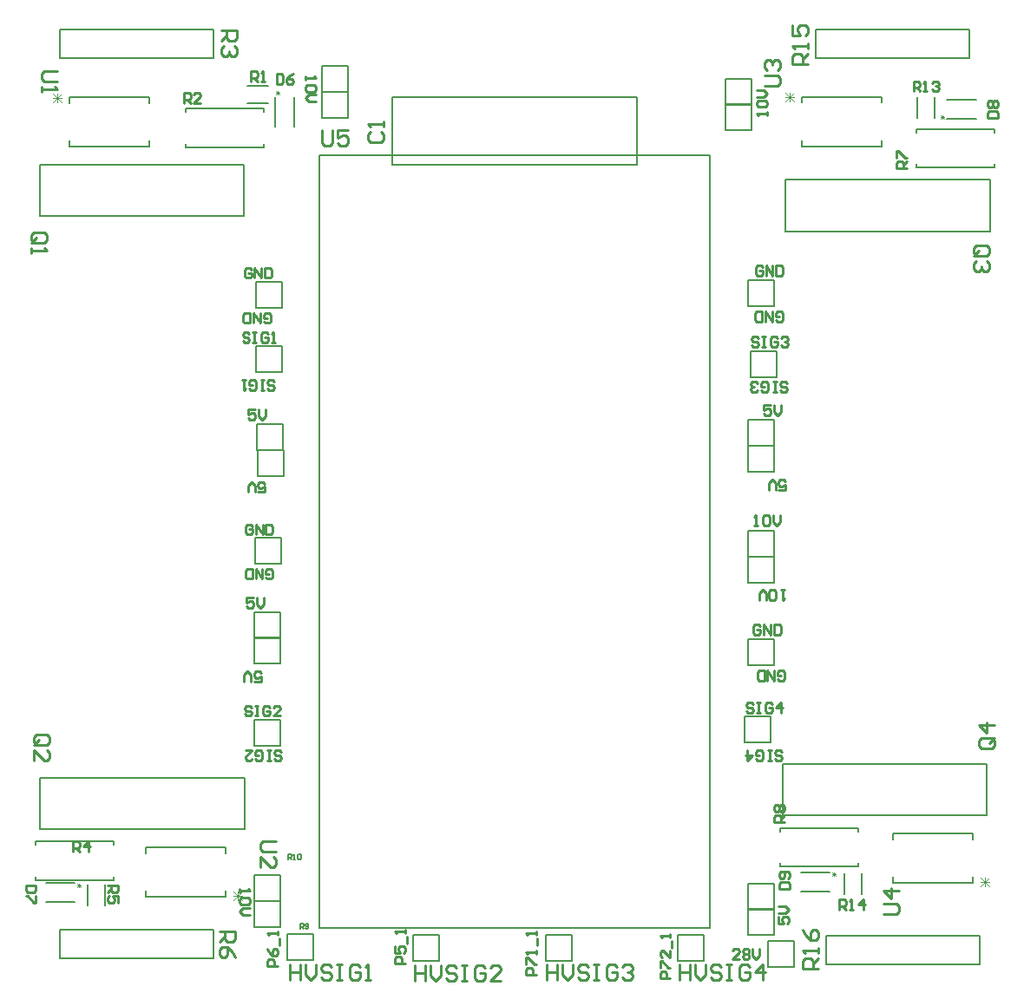
<source format=gto>
G04*
G04 #@! TF.GenerationSoftware,Altium Limited,Altium Designer,21.5.1 (32)*
G04*
G04 Layer_Color=65535*
%FSLAX25Y25*%
%MOIN*%
G70*
G04*
G04 #@! TF.SameCoordinates,40DED969-F63B-4BA1-A5F3-3E20095EF234*
G04*
G04*
G04 #@! TF.FilePolarity,Positive*
G04*
G01*
G75*
%ADD10C,0.00787*%
%ADD11C,0.00500*%
%ADD12C,0.00600*%
%ADD13C,0.00300*%
%ADD14C,0.01000*%
D10*
X94267Y348031D02*
X102189D01*
X94267Y354724D02*
X102189D01*
X32776Y39838D02*
Y47760D01*
X39469Y39838D02*
Y47760D01*
X358071Y342496D02*
Y350418D01*
X351378Y342496D02*
Y350418D01*
X330118Y44267D02*
Y52189D01*
X323425Y44267D02*
Y52189D01*
X109843Y57481D02*
Y59448D01*
X110827D01*
X111155Y59121D01*
Y58465D01*
X110827Y58137D01*
X109843D01*
X110499D02*
X111155Y57481D01*
X111811D02*
X112467D01*
X112139D01*
Y59448D01*
X111811Y59121D01*
X113451D02*
X113779Y59448D01*
X114435D01*
X114763Y59121D01*
Y57809D01*
X114435Y57481D01*
X113779D01*
X113451Y57809D01*
Y59121D01*
X114403Y30906D02*
Y32874D01*
X115387D01*
X115715Y32546D01*
Y31890D01*
X115387Y31562D01*
X114403D01*
X115059D02*
X115715Y30906D01*
X116371Y31234D02*
X116699Y30906D01*
X117355D01*
X117683Y31234D01*
Y32546D01*
X117355Y32874D01*
X116699D01*
X116371Y32546D01*
Y32218D01*
X116699Y31890D01*
X117683D01*
D11*
X167885Y18516D02*
Y28516D01*
X157885D02*
X167885D01*
X157885Y18516D02*
X167885D01*
X157885D02*
Y28516D01*
X119460Y18910D02*
Y28910D01*
X109460D02*
X119460D01*
X109460Y18910D02*
X119460D01*
X109460D02*
Y28910D01*
X304204Y16154D02*
Y26154D01*
X294204D02*
X304204D01*
X294204Y16154D02*
X304204D01*
X294204D02*
Y26154D01*
X296527Y270189D02*
Y280189D01*
X286527D02*
X296527D01*
X286527Y270189D02*
X296527D01*
X286527D02*
Y280189D01*
X297618Y242933D02*
Y252933D01*
X287618D02*
X297618D01*
X287618Y242933D02*
X297618D01*
X287618D02*
Y252933D01*
X106862Y31607D02*
Y41607D01*
X96862D02*
X106862D01*
X96862Y31607D02*
X106862D01*
X96862D02*
Y41607D01*
X287964Y347650D02*
Y357650D01*
X277964D02*
X287964D01*
X277964Y347650D02*
X287964D01*
X277964D02*
Y357650D01*
X106960Y132689D02*
Y142689D01*
X96960D02*
X106960D01*
X96960Y132689D02*
X106960D01*
X96960D02*
Y142689D01*
X296527Y206607D02*
Y216606D01*
X286527D02*
X296527D01*
X286527Y206607D02*
X296527D01*
X286527D02*
Y216606D01*
X107059Y171174D02*
Y181174D01*
X97059D02*
X107059D01*
X97059Y171174D02*
X107059D01*
X97059D02*
Y181174D01*
X106960Y101095D02*
Y111095D01*
X96960D02*
X106960D01*
X96960Y101095D02*
X106960D01*
X96960D02*
Y111095D01*
X132916Y342564D02*
Y352564D01*
X122916D02*
X132916D01*
X122916Y342564D02*
X132916D01*
X122916D02*
Y352564D01*
X106862Y41449D02*
Y51449D01*
X96862D02*
X106862D01*
X96862Y41449D02*
X106862D01*
X96862D02*
Y51449D01*
X108043Y204835D02*
Y214835D01*
X98043D02*
X108043D01*
X98043Y204835D02*
X108043D01*
X98043D02*
Y214835D01*
X106960Y142630D02*
Y152630D01*
X96960D02*
X106960D01*
X96960Y142630D02*
X106960D01*
X96960D02*
Y152630D01*
X296626Y132197D02*
Y142197D01*
X286626D02*
X296626D01*
X286626Y132197D02*
X296626D01*
X286626D02*
Y142197D01*
X295149Y102571D02*
Y112571D01*
X285149D02*
X295149D01*
X285149Y102571D02*
X295149D01*
X285149D02*
Y112571D01*
X296527Y173929D02*
Y183929D01*
X286527D02*
X296527D01*
X286527Y173929D02*
X296527D01*
X286527D02*
Y183929D01*
X296626Y163988D02*
Y173988D01*
X286626D02*
X296626D01*
X286626Y163988D02*
X296626D01*
X286626D02*
Y173988D01*
X296626Y38300D02*
Y48300D01*
X286626D02*
X296626D01*
X286626Y38300D02*
X296626D01*
X286626D02*
Y48300D01*
X296626Y28359D02*
Y38359D01*
X286626D02*
X296626D01*
X286626Y28359D02*
X296626D01*
X286626D02*
Y38359D01*
X97649Y269402D02*
Y279402D01*
Y269402D02*
X107649D01*
X97649Y279402D02*
X107649D01*
Y269402D02*
Y279402D01*
X97452Y244894D02*
Y254894D01*
Y244894D02*
X107452D01*
X97452Y254894D02*
X107452D01*
Y244894D02*
Y254894D01*
X287964Y337709D02*
Y347709D01*
X277964D02*
X287964D01*
X277964Y337709D02*
X287964D01*
X277964D02*
Y347709D01*
X122944Y352571D02*
Y362571D01*
Y352571D02*
X132945D01*
X122944Y362571D02*
X132945D01*
Y352571D02*
Y362571D01*
X296527Y216646D02*
Y226646D01*
X286527D02*
X296527D01*
X286527Y216646D02*
X296527D01*
X286527D02*
Y226646D01*
X107963Y214970D02*
Y224970D01*
X97963D02*
X107963D01*
X97963Y214970D02*
X107963D01*
X97963D02*
Y224970D01*
X218968Y18614D02*
Y28614D01*
X208968D02*
X218968D01*
X208968Y18614D02*
X218968D01*
X208968D02*
Y28614D01*
X269657Y18516D02*
Y28516D01*
X259657D02*
X269657D01*
X259657Y18516D02*
X269657D01*
X259657D02*
Y28516D01*
X121852Y31248D02*
X271852D01*
Y328248D01*
X121852Y31248D02*
Y328248D01*
X271852D01*
X14488Y304744D02*
X92913D01*
Y324508D01*
X14488D02*
X92913D01*
X14488Y304744D02*
Y324508D01*
X93071Y69193D02*
Y88957D01*
X14646Y69193D02*
X93071D01*
X14646D02*
Y88957D01*
X93071D01*
X301004Y298937D02*
Y318701D01*
X379429D01*
Y298937D02*
Y318701D01*
X301004Y298937D02*
X379429D01*
X378327Y74410D02*
Y94173D01*
X299902Y74410D02*
X378327D01*
X299902D02*
Y94173D01*
X378327D01*
D12*
X100448Y344741D02*
Y346081D01*
Y331281D02*
Y332621D01*
X70448Y331281D02*
X100448D01*
X70448Y344741D02*
Y346081D01*
X100448D01*
X70448Y331281D02*
Y332621D01*
X42756Y63048D02*
Y64388D01*
X12756Y49588D02*
X42756D01*
Y50928D01*
X12756Y64388D02*
X42756D01*
X12756Y63048D02*
Y64388D01*
Y49588D02*
Y50928D01*
X381043Y336867D02*
Y338207D01*
Y323407D02*
Y324747D01*
X351043Y323407D02*
X381043D01*
X351043Y336867D02*
Y338207D01*
X381043D01*
X351043Y323407D02*
Y324747D01*
X328992Y68265D02*
Y69605D01*
X298992Y54805D02*
X328992D01*
Y56145D01*
X298992Y69605D02*
X328992D01*
X298992Y68265D02*
Y69605D01*
Y54805D02*
Y56145D01*
X243860Y324402D02*
Y350402D01*
X149860D02*
X243860D01*
X149860Y324402D02*
X243860D01*
X149860D02*
Y350402D01*
X112311Y339282D02*
Y350482D01*
X105011Y339282D02*
Y350482D01*
X16743Y41035D02*
X27942D01*
X16743Y48335D02*
X27942D01*
X362904Y349516D02*
X374104D01*
X362904Y342216D02*
X374104D01*
X306703Y45169D02*
X317903D01*
X306703Y52469D02*
X317903D01*
X22042Y365600D02*
X81042D01*
X22042Y376600D02*
X81042D01*
X22042Y365600D02*
Y376600D01*
X81042Y365600D02*
Y376600D01*
X22095Y19500D02*
X81094D01*
X22095Y30500D02*
X81094D01*
X22095Y19500D02*
Y30500D01*
X81094Y19500D02*
Y30500D01*
X312658Y376600D02*
X371658D01*
X312658Y365600D02*
X371658D01*
Y376600D01*
X312658Y365600D02*
Y376600D01*
X316595Y28121D02*
X375595D01*
X316595Y17121D02*
X375595D01*
Y28121D01*
X316595Y17121D02*
Y28121D01*
X56504Y348271D02*
Y350549D01*
X25976Y331537D02*
X56504D01*
Y333815D01*
X25976Y350549D02*
X56504D01*
X25976Y348271D02*
Y350549D01*
Y331537D02*
Y333815D01*
X55307Y43250D02*
Y45528D01*
Y62262D02*
X85835D01*
X55307Y59984D02*
Y62262D01*
Y43250D02*
X85835D01*
Y45528D01*
Y59984D02*
Y62262D01*
X337803Y348370D02*
Y350648D01*
X307276Y331636D02*
X337803D01*
Y333913D01*
X307276Y350648D02*
X337803D01*
X307276Y348370D02*
Y350648D01*
Y331636D02*
Y333913D01*
X342315Y48565D02*
Y50843D01*
Y67577D02*
X372843D01*
X342315Y65299D02*
Y67577D01*
Y48565D02*
X372843D01*
Y50843D01*
Y65299D02*
Y67577D01*
D13*
X106428Y352782D02*
X105095Y351449D01*
Y352782D02*
X106428Y351449D01*
X105761Y352782D02*
Y351449D01*
X105095Y352115D02*
X106428D01*
X30242Y46919D02*
X28910Y48252D01*
X30242D02*
X28910Y46919D01*
X30242Y47585D02*
X28910D01*
X29576Y48252D02*
Y46919D01*
X360604Y343632D02*
X361937Y342299D01*
X360604D02*
X361937Y343632D01*
X360604Y342966D02*
X361937D01*
X361270Y342299D02*
Y343632D01*
X320203Y51053D02*
X318870Y52386D01*
X320203D02*
X318870Y51053D01*
X320203Y51719D02*
X318870D01*
X319537Y52386D02*
Y51053D01*
X19578Y351917D02*
X22910Y348584D01*
X19578D02*
X22910Y351917D01*
X19578Y350250D02*
X22910D01*
X21244Y348584D02*
Y351917D01*
X92234Y41883D02*
X88901Y45215D01*
X92234D02*
X88901Y41883D01*
X92234Y43549D02*
X88901D01*
X90567Y45215D02*
Y41883D01*
X300877Y352015D02*
X304209Y348683D01*
X300877D02*
X304209Y352015D01*
X300877Y350349D02*
X304209D01*
X302543Y348683D02*
Y352015D01*
X379241Y47198D02*
X375909Y50530D01*
X379241D02*
X375909Y47198D01*
X379241Y48864D02*
X375909D01*
X377575Y50530D02*
Y47198D01*
D14*
X101986Y238535D02*
X102642Y237879D01*
X103954D01*
X104610Y238535D01*
Y239191D01*
X103954Y239847D01*
X102642D01*
X101986Y240503D01*
Y241159D01*
X102642Y241815D01*
X103954D01*
X104610Y241159D01*
X100674Y237879D02*
X99363D01*
X100019D01*
Y241815D01*
X100674D01*
X99363D01*
X94771Y238535D02*
X95427Y237879D01*
X96739D01*
X97395Y238535D01*
Y241159D01*
X96739Y241815D01*
X95427D01*
X94771Y241159D01*
Y239847D01*
X96083D01*
X93459Y241815D02*
X92147D01*
X92803D01*
Y237879D01*
X93459Y238535D01*
X98345Y198706D02*
X100969D01*
Y200674D01*
X99657Y200018D01*
X99001D01*
X98345Y200674D01*
Y201986D01*
X99001Y202642D01*
X100312D01*
X100969Y201986D01*
X97033Y198706D02*
Y201330D01*
X95721Y202642D01*
X94409Y201330D01*
Y198706D01*
X100510Y264323D02*
X101166Y263667D01*
X102478D01*
X103134Y264323D01*
Y266946D01*
X102478Y267602D01*
X101166D01*
X100510Y266946D01*
Y265634D01*
X101822D01*
X99198Y267602D02*
Y263667D01*
X96574Y267602D01*
Y263667D01*
X95262D02*
Y267602D01*
X93295D01*
X92639Y266946D01*
Y264323D01*
X93295Y263667D01*
X95262D01*
X101297Y165996D02*
X101953Y165340D01*
X103265D01*
X103921Y165996D01*
Y168620D01*
X103265Y169276D01*
X101953D01*
X101297Y168620D01*
Y167308D01*
X102609D01*
X99985Y169276D02*
Y165340D01*
X97362Y169276D01*
Y165340D01*
X96050D02*
Y169276D01*
X94082D01*
X93426Y168620D01*
Y165996D01*
X94082Y165340D01*
X96050D01*
X104545Y96212D02*
X105201Y95556D01*
X106513D01*
X107169Y96212D01*
Y96868D01*
X106513Y97524D01*
X105201D01*
X104545Y98180D01*
Y98836D01*
X105201Y99492D01*
X106513D01*
X107169Y98836D01*
X103234Y95556D02*
X101922D01*
X102578D01*
Y99492D01*
X103234D01*
X101922D01*
X97330Y96212D02*
X97986Y95556D01*
X99298D01*
X99954Y96212D01*
Y98836D01*
X99298Y99492D01*
X97986D01*
X97330Y98836D01*
Y97524D01*
X98642D01*
X93394Y99492D02*
X96018D01*
X93394Y96868D01*
Y96212D01*
X94050Y95556D01*
X95362D01*
X96018Y96212D01*
X96868Y125773D02*
X99492D01*
Y127741D01*
X98180Y127085D01*
X97524D01*
X96868Y127741D01*
Y129053D01*
X97524Y129709D01*
X98836D01*
X99492Y129053D01*
X95556Y125773D02*
Y128397D01*
X94244Y129709D01*
X92933Y128397D01*
Y125773D01*
X296770Y96212D02*
X297426Y95556D01*
X298738D01*
X299394Y96212D01*
Y96868D01*
X298738Y97524D01*
X297426D01*
X296770Y98180D01*
Y98836D01*
X297426Y99492D01*
X298738D01*
X299394Y98836D01*
X295458Y95556D02*
X294146D01*
X294802D01*
Y99492D01*
X295458D01*
X294146D01*
X289554Y96212D02*
X290210Y95556D01*
X291522D01*
X292178Y96212D01*
Y98836D01*
X291522Y99492D01*
X290210D01*
X289554Y98836D01*
Y97524D01*
X290866D01*
X286275Y99492D02*
Y95556D01*
X288242Y97524D01*
X285619D01*
X297951Y126823D02*
X298607Y126167D01*
X299919D01*
X300575Y126823D01*
Y129446D01*
X299919Y130102D01*
X298607D01*
X297951Y129446D01*
Y128135D01*
X299263D01*
X296639Y130102D02*
Y126167D01*
X294015Y130102D01*
Y126167D01*
X292703D02*
Y130102D01*
X290735D01*
X290079Y129446D01*
Y126823D01*
X290735Y126167D01*
X292703D01*
X300575Y161106D02*
X299263D01*
X299919D01*
Y157171D01*
X300575Y157826D01*
X297295D02*
X296639Y157171D01*
X295327D01*
X294671Y157826D01*
Y160450D01*
X295327Y161106D01*
X296639D01*
X297295Y160450D01*
Y157826D01*
X293359Y157171D02*
Y159794D01*
X292047Y161106D01*
X290736Y159794D01*
Y157171D01*
X298345Y199592D02*
X300969D01*
Y201560D01*
X299657Y200904D01*
X299001D01*
X298345Y201560D01*
Y202872D01*
X299001Y203528D01*
X300312D01*
X300969Y202872D01*
X297033Y199592D02*
Y202216D01*
X295721Y203528D01*
X294409Y202216D01*
Y199592D01*
X298738Y237748D02*
X299394Y237092D01*
X300706D01*
X301362Y237748D01*
Y238404D01*
X300706Y239060D01*
X299394D01*
X298738Y239716D01*
Y240372D01*
X299394Y241028D01*
X300706D01*
X301362Y240372D01*
X297427Y237092D02*
X296115D01*
X296771D01*
Y241028D01*
X297427D01*
X296115D01*
X291523Y237748D02*
X292179Y237092D01*
X293491D01*
X294147Y237748D01*
Y240372D01*
X293491Y241028D01*
X292179D01*
X291523Y240372D01*
Y239060D01*
X292835D01*
X290211Y237748D02*
X289555Y237092D01*
X288243D01*
X287587Y237748D01*
Y238404D01*
X288243Y239060D01*
X288899D01*
X288243D01*
X287587Y239716D01*
Y240372D01*
X288243Y241028D01*
X289555D01*
X290211Y240372D01*
X297164Y264913D02*
X297819Y264257D01*
X299131D01*
X299787Y264913D01*
Y267537D01*
X299131Y268193D01*
X297819D01*
X297164Y267537D01*
Y266225D01*
X298476D01*
X295852Y268193D02*
Y264257D01*
X293228Y268193D01*
Y264257D01*
X291916D02*
Y268193D01*
X289948D01*
X289292Y267537D01*
Y264913D01*
X289948Y264257D01*
X291916D01*
X256647Y11852D02*
X252711D01*
Y13819D01*
X253367Y14475D01*
X254679D01*
X255335Y13819D01*
Y11852D01*
X252711Y15787D02*
Y18411D01*
X253367D01*
X255991Y15787D01*
X256647D01*
Y22347D02*
Y19723D01*
X254023Y22347D01*
X253367D01*
X252711Y21691D01*
Y20379D01*
X253367Y19723D01*
X257302Y23659D02*
Y26283D01*
X256647Y27595D02*
Y28906D01*
Y28251D01*
X252711D01*
X253367Y27595D01*
X260067Y17177D02*
Y11179D01*
Y14178D01*
X264066D01*
Y17177D01*
Y11179D01*
X266065Y17177D02*
Y13179D01*
X268065Y11179D01*
X270064Y13179D01*
Y17177D01*
X276062Y16177D02*
X275062Y17177D01*
X273063D01*
X272063Y16177D01*
Y15178D01*
X273063Y14178D01*
X275062D01*
X276062Y13179D01*
Y12179D01*
X275062Y11179D01*
X273063D01*
X272063Y12179D01*
X278061Y17177D02*
X280061D01*
X279061D01*
Y11179D01*
X278061D01*
X280061D01*
X287058Y16177D02*
X286059Y17177D01*
X284059D01*
X283060Y16177D01*
Y12179D01*
X284059Y11179D01*
X286059D01*
X287058Y12179D01*
Y14178D01*
X285059D01*
X292057Y11179D02*
Y17177D01*
X289058Y14178D01*
X293057D01*
X205034Y13294D02*
X201098D01*
Y15262D01*
X201754Y15917D01*
X203066D01*
X203722Y15262D01*
Y13294D01*
X201098Y17229D02*
Y19853D01*
X201754D01*
X204378Y17229D01*
X205034D01*
Y21165D02*
Y22477D01*
Y21821D01*
X201098D01*
X201754Y21165D01*
X205690Y24445D02*
Y27069D01*
X205034Y28381D02*
Y29693D01*
Y29037D01*
X201098D01*
X201754Y28381D01*
X209340Y17012D02*
Y11014D01*
Y14013D01*
X213339D01*
Y17012D01*
Y11014D01*
X215338Y17012D02*
Y13013D01*
X217338Y11014D01*
X219337Y13013D01*
Y17012D01*
X225335Y16012D02*
X224336Y17012D01*
X222336D01*
X221337Y16012D01*
Y15012D01*
X222336Y14013D01*
X224336D01*
X225335Y13013D01*
Y12014D01*
X224336Y11014D01*
X222336D01*
X221337Y12014D01*
X227334Y17012D02*
X229334D01*
X228334D01*
Y11014D01*
X227334D01*
X229334D01*
X236332Y16012D02*
X235332Y17012D01*
X233333D01*
X232333Y16012D01*
Y12014D01*
X233333Y11014D01*
X235332D01*
X236332Y12014D01*
Y14013D01*
X234332D01*
X238331Y16012D02*
X239331Y17012D01*
X241330D01*
X242330Y16012D01*
Y15012D01*
X241330Y14013D01*
X240330D01*
X241330D01*
X242330Y13013D01*
Y12014D01*
X241330Y11014D01*
X239331D01*
X238331Y12014D01*
X97170Y230504D02*
X94547D01*
Y228536D01*
X95859Y229192D01*
X96514D01*
X97170Y228536D01*
Y227224D01*
X96514Y226568D01*
X95203D01*
X94547Y227224D01*
X98482Y230504D02*
Y227880D01*
X99794Y226568D01*
X101106Y227880D01*
Y230504D01*
X295104Y232078D02*
X292480D01*
Y230111D01*
X293792Y230766D01*
X294447D01*
X295104Y230111D01*
Y228799D01*
X294447Y228143D01*
X293136D01*
X292480Y228799D01*
X296415Y232078D02*
Y229454D01*
X297727Y228143D01*
X299039Y229454D01*
Y232078D01*
X116626Y358554D02*
Y357242D01*
Y357898D01*
X120562D01*
X119906Y358554D01*
Y355274D02*
X120562Y354618D01*
Y353306D01*
X119906Y352650D01*
X117282D01*
X116626Y353306D01*
Y354618D01*
X117282Y355274D01*
X119906D01*
X120562Y351338D02*
X117938D01*
X116626Y350026D01*
X117938Y348714D01*
X120562D01*
X95006Y259572D02*
X94350Y260228D01*
X93038D01*
X92382Y259572D01*
Y258916D01*
X93038Y258260D01*
X94350D01*
X95006Y257604D01*
Y256948D01*
X94350Y256292D01*
X93038D01*
X92382Y256948D01*
X96318Y260228D02*
X97630D01*
X96974D01*
Y256292D01*
X96318D01*
X97630D01*
X102222Y259572D02*
X101566Y260228D01*
X100254D01*
X99598Y259572D01*
Y256948D01*
X100254Y256292D01*
X101566D01*
X102222Y256948D01*
Y258260D01*
X100910D01*
X103533Y256292D02*
X104845D01*
X104189D01*
Y260228D01*
X103533Y259572D01*
X95695Y284277D02*
X95039Y284933D01*
X93727D01*
X93071Y284277D01*
Y281653D01*
X93727Y280997D01*
X95039D01*
X95695Y281653D01*
Y282965D01*
X94383D01*
X97007Y280997D02*
Y284933D01*
X99630Y280997D01*
Y284933D01*
X100942D02*
Y280997D01*
X102910D01*
X103566Y281653D01*
Y284277D01*
X102910Y284933D01*
X100942D01*
X298221Y35557D02*
Y32933D01*
X300189D01*
X299533Y34245D01*
Y34901D01*
X300189Y35557D01*
X301501D01*
X302156Y34901D01*
Y33589D01*
X301501Y32933D01*
X298221Y36869D02*
X300845D01*
X302156Y38181D01*
X300845Y39493D01*
X298221D01*
X288970Y185820D02*
X290282D01*
X289626D01*
Y189755D01*
X288970Y189100D01*
X292249D02*
X292905Y189755D01*
X294217D01*
X294873Y189100D01*
Y186476D01*
X294217Y185820D01*
X292905D01*
X292249Y186476D01*
Y189100D01*
X296185Y189755D02*
Y187132D01*
X297497Y185820D01*
X298809Y187132D01*
Y189755D01*
X288543Y117151D02*
X287887Y117807D01*
X286575D01*
X285919Y117151D01*
Y116495D01*
X286575Y115839D01*
X287887D01*
X288543Y115183D01*
Y114527D01*
X287887Y113871D01*
X286575D01*
X285919Y114527D01*
X289855Y117807D02*
X291167D01*
X290511D01*
Y113871D01*
X289855D01*
X291167D01*
X295759Y117151D02*
X295103Y117807D01*
X293791D01*
X293135Y117151D01*
Y114527D01*
X293791Y113871D01*
X295103D01*
X295759Y114527D01*
Y115839D01*
X294447D01*
X299038Y113871D02*
Y117807D01*
X297070Y115839D01*
X299694D01*
X291266Y147170D02*
X290610Y147826D01*
X289298D01*
X288642Y147170D01*
Y144547D01*
X289298Y143891D01*
X290610D01*
X291266Y144547D01*
Y145859D01*
X289954D01*
X292577Y143891D02*
Y147826D01*
X295201Y143891D01*
Y147826D01*
X296513D02*
Y143891D01*
X298481D01*
X299137Y144547D01*
Y147170D01*
X298481Y147826D01*
X296513D01*
X96580Y158161D02*
X93956D01*
Y156193D01*
X95268Y156849D01*
X95924D01*
X96580Y156193D01*
Y154881D01*
X95924Y154225D01*
X94612D01*
X93956Y154881D01*
X97892Y158161D02*
Y155537D01*
X99204Y154225D01*
X100516Y155537D01*
Y158161D01*
X91233Y46054D02*
Y44742D01*
Y45398D01*
X95168D01*
X94512Y46054D01*
Y42774D02*
X95168Y42118D01*
Y40806D01*
X94512Y40150D01*
X91888D01*
X91233Y40806D01*
Y42118D01*
X91888Y42774D01*
X94512D01*
X95168Y38838D02*
X92544D01*
X91233Y37526D01*
X92544Y36214D01*
X95168D01*
X95728Y115970D02*
X95072Y116626D01*
X93760D01*
X93104Y115970D01*
Y115314D01*
X93760Y114658D01*
X95072D01*
X95728Y114002D01*
Y113346D01*
X95072Y112690D01*
X93760D01*
X93104Y113346D01*
X97040Y116626D02*
X98352D01*
X97696D01*
Y112690D01*
X97040D01*
X98352D01*
X102944Y115970D02*
X102288Y116626D01*
X100976D01*
X100320Y115970D01*
Y113346D01*
X100976Y112690D01*
X102288D01*
X102944Y113346D01*
Y114658D01*
X101632D01*
X106879Y112690D02*
X104255D01*
X106879Y115314D01*
Y115970D01*
X106223Y116626D01*
X104911D01*
X104255Y115970D01*
X96088Y185655D02*
X95432Y186311D01*
X94121D01*
X93464Y185655D01*
Y183031D01*
X94121Y182375D01*
X95432D01*
X96088Y183031D01*
Y184343D01*
X94776D01*
X97400Y182375D02*
Y186311D01*
X100024Y182375D01*
Y186311D01*
X101336D02*
Y182375D01*
X103304D01*
X103960Y183031D01*
Y185655D01*
X103304Y186311D01*
X101336D01*
X293692Y343400D02*
Y344711D01*
Y344056D01*
X289756D01*
X290412Y343400D01*
Y346679D02*
X289756Y347335D01*
Y348647D01*
X290412Y349303D01*
X293036D01*
X293692Y348647D01*
Y347335D01*
X293036Y346679D01*
X290412D01*
X289756Y350615D02*
X292380D01*
X293692Y351927D01*
X292380Y353239D01*
X289756D01*
X290618Y257906D02*
X289962Y258562D01*
X288650D01*
X287994Y257906D01*
Y257250D01*
X288650Y256594D01*
X289962D01*
X290618Y255939D01*
Y255283D01*
X289962Y254627D01*
X288650D01*
X287994Y255283D01*
X291930Y258562D02*
X293242D01*
X292586D01*
Y254627D01*
X291930D01*
X293242D01*
X297834Y257906D02*
X297178Y258562D01*
X295866D01*
X295210Y257906D01*
Y255283D01*
X295866Y254627D01*
X297178D01*
X297834Y255283D01*
Y256594D01*
X296522D01*
X299146Y257906D02*
X299802Y258562D01*
X301114D01*
X301769Y257906D01*
Y257250D01*
X301114Y256594D01*
X300458D01*
X301114D01*
X301769Y255939D01*
Y255283D01*
X301114Y254627D01*
X299802D01*
X299146Y255283D01*
X292053Y285064D02*
X291397Y285720D01*
X290085D01*
X289429Y285064D01*
Y282440D01*
X290085Y281784D01*
X291397D01*
X292053Y282440D01*
Y283752D01*
X290741D01*
X293365Y281784D02*
Y285720D01*
X295989Y281784D01*
Y285720D01*
X297301D02*
Y281784D01*
X299269D01*
X299924Y282440D01*
Y285064D01*
X299269Y285720D01*
X297301D01*
X283079Y19221D02*
X280455D01*
X283079Y21845D01*
Y22501D01*
X282423Y23156D01*
X281112D01*
X280455Y22501D01*
X284391D02*
X285047Y23156D01*
X286359D01*
X287015Y22501D01*
Y21845D01*
X286359Y21189D01*
X287015Y20533D01*
Y19877D01*
X286359Y19221D01*
X285047D01*
X284391Y19877D01*
Y20533D01*
X285047Y21189D01*
X284391Y21845D01*
Y22501D01*
X285047Y21189D02*
X286359D01*
X288327Y23156D02*
Y20533D01*
X289639Y19221D01*
X290951Y20533D01*
Y23156D01*
X105864Y16661D02*
X101928D01*
Y18629D01*
X102584Y19285D01*
X103896D01*
X104552Y18629D01*
Y16661D01*
X101928Y23221D02*
X102584Y21909D01*
X103896Y20597D01*
X105208D01*
X105864Y21253D01*
Y22565D01*
X105208Y23221D01*
X104552D01*
X103896Y22565D01*
Y20597D01*
X106520Y24533D02*
Y27156D01*
X105864Y28468D02*
Y29780D01*
Y29124D01*
X101928D01*
X102584Y28468D01*
X110383Y17263D02*
Y11265D01*
Y14264D01*
X114381D01*
Y17263D01*
Y11265D01*
X116381Y17263D02*
Y13264D01*
X118380Y11265D01*
X120379Y13264D01*
Y17263D01*
X126377Y16263D02*
X125378Y17263D01*
X123378D01*
X122379Y16263D01*
Y15264D01*
X123378Y14264D01*
X125378D01*
X126377Y13264D01*
Y12265D01*
X125378Y11265D01*
X123378D01*
X122379Y12265D01*
X128377Y17263D02*
X130376D01*
X129376D01*
Y11265D01*
X128377D01*
X130376D01*
X137374Y16263D02*
X136374Y17263D01*
X134375D01*
X133375Y16263D01*
Y12265D01*
X134375Y11265D01*
X136374D01*
X137374Y12265D01*
Y14264D01*
X135374D01*
X139373Y11265D02*
X141373D01*
X140373D01*
Y17263D01*
X139373Y16263D01*
X154875Y17442D02*
X150939D01*
Y19409D01*
X151595Y20065D01*
X152907D01*
X153563Y19409D01*
Y17442D01*
X150939Y24001D02*
Y21377D01*
X152907D01*
X152251Y22689D01*
Y23345D01*
X152907Y24001D01*
X154219D01*
X154875Y23345D01*
Y22033D01*
X154219Y21377D01*
X155531Y25313D02*
Y27937D01*
X154875Y29249D02*
Y30561D01*
Y29905D01*
X150939D01*
X151595Y29249D01*
X158497Y16869D02*
Y10871D01*
Y13870D01*
X162496D01*
Y16869D01*
Y10871D01*
X164495Y16869D02*
Y12871D01*
X166495Y10871D01*
X168494Y12871D01*
Y16869D01*
X174492Y15870D02*
X173492Y16869D01*
X171493D01*
X170493Y15870D01*
Y14870D01*
X171493Y13870D01*
X173492D01*
X174492Y12871D01*
Y11871D01*
X173492Y10871D01*
X171493D01*
X170493Y11871D01*
X176491Y16869D02*
X178491D01*
X177491D01*
Y10871D01*
X176491D01*
X178491D01*
X185488Y15870D02*
X184489Y16869D01*
X182489D01*
X181490Y15870D01*
Y11871D01*
X182489Y10871D01*
X184489D01*
X185488Y11871D01*
Y13870D01*
X183489D01*
X191486Y10871D02*
X187488D01*
X191486Y14870D01*
Y15870D01*
X190487Y16869D01*
X188487D01*
X187488Y15870D01*
X12272Y294587D02*
X16271D01*
X17271Y295586D01*
Y297586D01*
X16271Y298585D01*
X12272D01*
X11273Y297586D01*
Y295586D01*
X13272Y296586D02*
X11273Y294587D01*
Y295586D02*
X12272Y294587D01*
X11273Y292587D02*
Y290588D01*
Y291588D01*
X17271D01*
X16271Y292587D01*
X300507Y71819D02*
X296571D01*
Y73786D01*
X297227Y74442D01*
X298539D01*
X299195Y73786D01*
Y71819D01*
Y73131D02*
X300507Y74442D01*
X297227Y75754D02*
X296571Y76410D01*
Y77722D01*
X297227Y78378D01*
X297883D01*
X298539Y77722D01*
X299195Y78378D01*
X299851D01*
X300507Y77722D01*
Y76410D01*
X299851Y75754D01*
X299195D01*
X298539Y76410D01*
X297883Y75754D01*
X297227D01*
X298539Y76410D02*
Y77722D01*
X338536Y36439D02*
X343535D01*
X344534Y37438D01*
Y39438D01*
X343535Y40437D01*
X338536D01*
X344534Y45436D02*
X338536D01*
X341535Y42437D01*
Y46435D01*
X313629Y15337D02*
X307631D01*
Y18336D01*
X308631Y19336D01*
X310630D01*
X311630Y18336D01*
Y15337D01*
Y17336D02*
X313629Y19336D01*
Y21335D02*
Y23335D01*
Y22335D01*
X307631D01*
X308631Y21335D01*
X307631Y30332D02*
X308631Y28333D01*
X310630Y26333D01*
X312629D01*
X313629Y27333D01*
Y29333D01*
X312629Y30332D01*
X311630D01*
X310630Y29333D01*
Y26333D01*
X309397Y363073D02*
X303399D01*
Y366072D01*
X304398Y367072D01*
X306398D01*
X307397Y366072D01*
Y363073D01*
Y365073D02*
X309397Y367072D01*
Y369071D02*
Y371071D01*
Y370071D01*
X303399D01*
X304398Y369071D01*
X303399Y378068D02*
Y374070D01*
X306398D01*
X305398Y376069D01*
Y377069D01*
X306398Y378068D01*
X308397D01*
X309397Y377069D01*
Y375069D01*
X308397Y374070D01*
X321655Y38288D02*
Y42224D01*
X323623D01*
X324279Y41568D01*
Y40256D01*
X323623Y39600D01*
X321655D01*
X322967D02*
X324279Y38288D01*
X325591D02*
X326903D01*
X326247D01*
Y42224D01*
X325591Y41568D01*
X330838Y38288D02*
Y42224D01*
X328871Y40256D01*
X331494D01*
X350051Y352701D02*
Y356636D01*
X352019D01*
X352675Y355980D01*
Y354668D01*
X352019Y354012D01*
X350051D01*
X351363D02*
X352675Y352701D01*
X353987D02*
X355298D01*
X354643D01*
Y356636D01*
X353987Y355980D01*
X357266D02*
X357922Y356636D01*
X359234D01*
X359890Y355980D01*
Y355324D01*
X359234Y354668D01*
X358578D01*
X359234D01*
X359890Y354012D01*
Y353357D01*
X359234Y352701D01*
X357922D01*
X357266Y353357D01*
X347622Y323295D02*
X343686D01*
Y325263D01*
X344342Y325919D01*
X345654D01*
X346310Y325263D01*
Y323295D01*
Y324607D02*
X347622Y325919D01*
X343686Y327231D02*
Y329855D01*
X344342D01*
X346966Y327231D01*
X347622D01*
X83372Y29917D02*
X89370D01*
Y26917D01*
X88370Y25918D01*
X86371D01*
X85371Y26917D01*
Y29917D01*
Y27917D02*
X83372Y25918D01*
X89370Y19920D02*
X88370Y21919D01*
X86371Y23919D01*
X84372D01*
X83372Y22919D01*
Y20920D01*
X84372Y19920D01*
X85371D01*
X86371Y20920D01*
Y23919D01*
X40453Y47374D02*
X44389D01*
Y45406D01*
X43733Y44750D01*
X42421D01*
X41765Y45406D01*
Y47374D01*
Y46062D02*
X40453Y44750D01*
X44389Y40815D02*
Y43439D01*
X42421D01*
X43077Y42127D01*
Y41471D01*
X42421Y40815D01*
X41109D01*
X40453Y41471D01*
Y42783D01*
X41109Y43439D01*
X27134Y60532D02*
Y64468D01*
X29101D01*
X29757Y63812D01*
Y62500D01*
X29101Y61844D01*
X27134D01*
X28446D02*
X29757Y60532D01*
X33037D02*
Y64468D01*
X31069Y62500D01*
X33693D01*
X84107Y376258D02*
X90105D01*
Y373259D01*
X89106Y372259D01*
X87106D01*
X86107Y373259D01*
Y376258D01*
Y374259D02*
X84107Y372259D01*
X89106Y370260D02*
X90105Y369261D01*
Y367261D01*
X89106Y366262D01*
X88106D01*
X87106Y367261D01*
Y368261D01*
Y367261D01*
X86107Y366262D01*
X85107D01*
X84107Y367261D01*
Y369261D01*
X85107Y370260D01*
X69752Y348327D02*
Y352263D01*
X71720D01*
X72376Y351607D01*
Y350295D01*
X71720Y349639D01*
X69752D01*
X71064D02*
X72376Y348327D01*
X76311D02*
X73687D01*
X76311Y350951D01*
Y351607D01*
X75655Y352263D01*
X74343D01*
X73687Y351607D01*
X95506Y356595D02*
Y360531D01*
X97474D01*
X98130Y359875D01*
Y358563D01*
X97474Y357907D01*
X95506D01*
X96818D02*
X98130Y356595D01*
X99442D02*
X100754D01*
X100098D01*
Y360531D01*
X99442Y359875D01*
X298426Y46228D02*
X302361D01*
Y48196D01*
X301706Y48852D01*
X299082D01*
X298426Y48196D01*
Y46228D01*
X301706Y50164D02*
X302361Y50820D01*
Y52132D01*
X301706Y52788D01*
X299082D01*
X298426Y52132D01*
Y50820D01*
X299082Y50164D01*
X299738D01*
X300394Y50820D01*
Y52788D01*
X378642Y342586D02*
X382578D01*
Y344554D01*
X381922Y345210D01*
X379298D01*
X378642Y344554D01*
Y342586D01*
X379298Y346522D02*
X378642Y347178D01*
Y348490D01*
X379298Y349146D01*
X379954D01*
X380610Y348490D01*
X381266Y349146D01*
X381922D01*
X382578Y348490D01*
Y347178D01*
X381922Y346522D01*
X381266D01*
X380610Y347178D01*
X379954Y346522D01*
X379298D01*
X380610Y347178D02*
Y348490D01*
X12991Y47473D02*
X9056D01*
Y45505D01*
X9712Y44849D01*
X12336D01*
X12991Y45505D01*
Y47473D01*
Y43537D02*
Y40913D01*
X12336D01*
X9712Y43537D01*
X9056D01*
X105382Y359448D02*
Y355512D01*
X107350D01*
X108005Y356168D01*
Y358792D01*
X107350Y359448D01*
X105382D01*
X111941D02*
X110629Y358792D01*
X109317Y357480D01*
Y356168D01*
X109973Y355512D01*
X111285D01*
X111941Y356168D01*
Y356824D01*
X111285Y357480D01*
X109317D01*
X123003Y337804D02*
Y332805D01*
X124003Y331806D01*
X126002D01*
X127002Y332805D01*
Y337804D01*
X133000D02*
X129001D01*
Y334805D01*
X131001Y335804D01*
X132000D01*
X133000Y334805D01*
Y332805D01*
X132000Y331806D01*
X130001D01*
X129001Y332805D01*
X292966Y354942D02*
X297964D01*
X298964Y355942D01*
Y357942D01*
X297964Y358941D01*
X292966D01*
X293965Y360941D02*
X292966Y361940D01*
Y363940D01*
X293965Y364939D01*
X294965D01*
X295965Y363940D01*
Y362940D01*
Y363940D01*
X296964Y364939D01*
X297964D01*
X298964Y363940D01*
Y361940D01*
X297964Y360941D01*
X105187Y64467D02*
X100189D01*
X99189Y63467D01*
Y61468D01*
X100189Y60468D01*
X105187D01*
X99189Y54470D02*
Y58469D01*
X103188Y54470D01*
X104188D01*
X105187Y55470D01*
Y57469D01*
X104188Y58469D01*
X21306Y360495D02*
X16308D01*
X15308Y359495D01*
Y357496D01*
X16308Y356496D01*
X21306D01*
X15308Y354497D02*
Y352497D01*
Y353497D01*
X21306D01*
X20306Y354497D01*
X380346Y104217D02*
X376347D01*
X375347Y103217D01*
Y101218D01*
X376347Y100218D01*
X380346D01*
X381346Y101218D01*
Y103217D01*
X379346Y102217D02*
X381346Y104217D01*
Y103217D02*
X380346Y104217D01*
X381346Y109215D02*
X375347D01*
X378346Y106216D01*
Y110215D01*
X374051Y289343D02*
X378050D01*
X379049Y290343D01*
Y292342D01*
X378050Y293342D01*
X374051D01*
X373051Y292342D01*
Y290343D01*
X375051Y291342D02*
X373051Y289343D01*
Y290343D02*
X374051Y289343D01*
X378050Y287344D02*
X379049Y286344D01*
Y284345D01*
X378050Y283345D01*
X377050D01*
X376050Y284345D01*
Y285344D01*
Y284345D01*
X375051Y283345D01*
X374051D01*
X373051Y284345D01*
Y286344D01*
X374051Y287344D01*
X13060Y101492D02*
X17058D01*
X18058Y102491D01*
Y104491D01*
X17058Y105491D01*
X13060D01*
X12060Y104491D01*
Y102491D01*
X14059Y103491D02*
X12060Y101492D01*
Y102491D02*
X13060Y101492D01*
X12060Y95494D02*
Y99492D01*
X16059Y95494D01*
X17058D01*
X18058Y96493D01*
Y98493D01*
X17058Y99492D01*
X141603Y337137D02*
X140603Y336137D01*
Y334138D01*
X141603Y333138D01*
X145602D01*
X146601Y334138D01*
Y336137D01*
X145602Y337137D01*
X146601Y339136D02*
Y341136D01*
Y340136D01*
X140603D01*
X141603Y339136D01*
M02*

</source>
